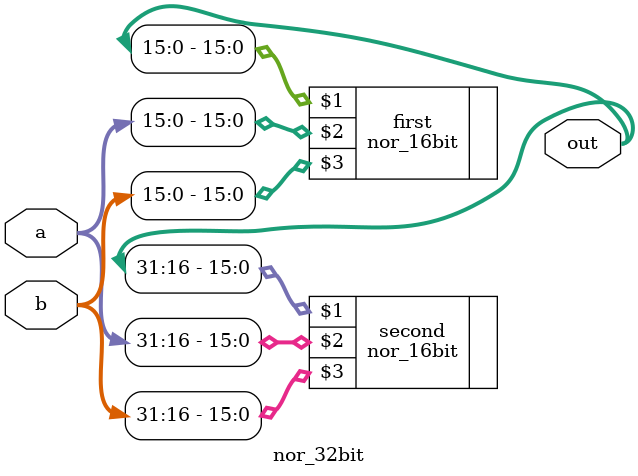
<source format=v>
module nor_32bit(output [31:0] out , input [31:0] a , input [31:0] b);
	nor_16bit first(out[15:0] , a[15:0] , b[15:0]);
	nor_16bit second(out[31:16] , a[31:16] , b[31:16]);
endmodule 
</source>
